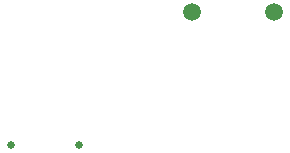
<source format=gbr>
%TF.GenerationSoftware,KiCad,Pcbnew,7.0.7*%
%TF.CreationDate,2024-01-23T19:19:44-06:00*%
%TF.ProjectId,Md-rev-1,4d642d72-6576-42d3-912e-6b696361645f,rev?*%
%TF.SameCoordinates,Original*%
%TF.FileFunction,NonPlated,1,2,NPTH,Drill*%
%TF.FilePolarity,Positive*%
%FSLAX46Y46*%
G04 Gerber Fmt 4.6, Leading zero omitted, Abs format (unit mm)*
G04 Created by KiCad (PCBNEW 7.0.7) date 2024-01-23 19:19:44*
%MOMM*%
%LPD*%
G01*
G04 APERTURE LIST*
%TA.AperFunction,ComponentDrill*%
%ADD10C,0.650000*%
%TD*%
%TA.AperFunction,ComponentDrill*%
%ADD11C,1.500000*%
%TD*%
G04 APERTURE END LIST*
D10*
%TO.C,J1*%
X154020000Y-120620000D03*
X159800000Y-120620000D03*
D11*
%TO.C,J2*%
X169340000Y-109320000D03*
X176340000Y-109320000D03*
M02*

</source>
